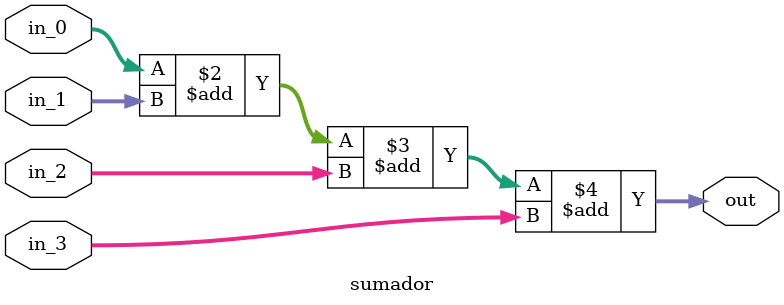
<source format=v>
`timescale 1ns / 1ps


module sumador(
  input [7:0] in_0,
  input [7:0] in_1,
  input [7:0] in_2,
  input [7:0] in_3,
  output reg [8:0] out
  
);

  always @( * ) begin
    out <= in_0 + in_1 + in_2 + in_3;
  end
  
  
endmodule
</source>
